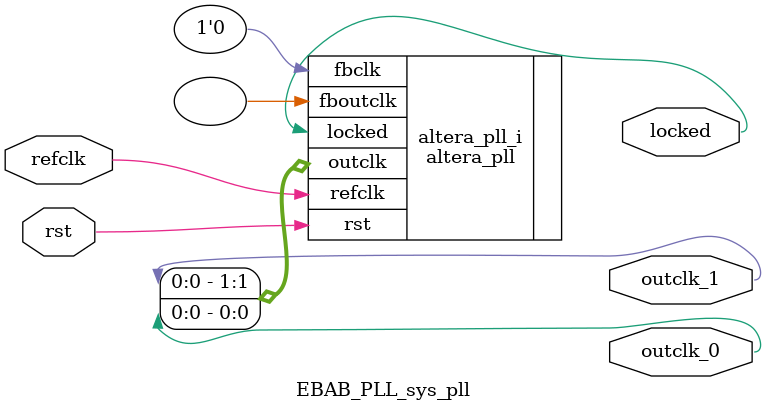
<source format=v>
`timescale 1ns/10ps
module  EBAB_PLL_sys_pll(

	// interface 'refclk'
	input wire refclk,

	// interface 'reset'
	input wire rst,

	// interface 'outclk0'
	output wire outclk_0,

	// interface 'outclk1'
	output wire outclk_1,

	// interface 'locked'
	output wire locked
);

	altera_pll #(
		.fractional_vco_multiplier("false"),
		.reference_clock_frequency("50.0 MHz"),
		.operation_mode("direct"),
		.number_of_clocks(2),
		.output_clock_frequency0("100.000000 MHz"),
		.phase_shift0("0 ps"),
		.duty_cycle0(50),
		.output_clock_frequency1("100.000000 MHz"),
		.phase_shift1("-3000 ps"),
		.duty_cycle1(50),
		.output_clock_frequency2("0 MHz"),
		.phase_shift2("0 ps"),
		.duty_cycle2(50),
		.output_clock_frequency3("0 MHz"),
		.phase_shift3("0 ps"),
		.duty_cycle3(50),
		.output_clock_frequency4("0 MHz"),
		.phase_shift4("0 ps"),
		.duty_cycle4(50),
		.output_clock_frequency5("0 MHz"),
		.phase_shift5("0 ps"),
		.duty_cycle5(50),
		.output_clock_frequency6("0 MHz"),
		.phase_shift6("0 ps"),
		.duty_cycle6(50),
		.output_clock_frequency7("0 MHz"),
		.phase_shift7("0 ps"),
		.duty_cycle7(50),
		.output_clock_frequency8("0 MHz"),
		.phase_shift8("0 ps"),
		.duty_cycle8(50),
		.output_clock_frequency9("0 MHz"),
		.phase_shift9("0 ps"),
		.duty_cycle9(50),
		.output_clock_frequency10("0 MHz"),
		.phase_shift10("0 ps"),
		.duty_cycle10(50),
		.output_clock_frequency11("0 MHz"),
		.phase_shift11("0 ps"),
		.duty_cycle11(50),
		.output_clock_frequency12("0 MHz"),
		.phase_shift12("0 ps"),
		.duty_cycle12(50),
		.output_clock_frequency13("0 MHz"),
		.phase_shift13("0 ps"),
		.duty_cycle13(50),
		.output_clock_frequency14("0 MHz"),
		.phase_shift14("0 ps"),
		.duty_cycle14(50),
		.output_clock_frequency15("0 MHz"),
		.phase_shift15("0 ps"),
		.duty_cycle15(50),
		.output_clock_frequency16("0 MHz"),
		.phase_shift16("0 ps"),
		.duty_cycle16(50),
		.output_clock_frequency17("0 MHz"),
		.phase_shift17("0 ps"),
		.duty_cycle17(50),
		.pll_type("General"),
		.pll_subtype("General")
	) altera_pll_i (
		.rst	(rst),
		.outclk	({outclk_1, outclk_0}),
		.locked	(locked),
		.fboutclk	( ),
		.fbclk	(1'b0),
		.refclk	(refclk)
	);
endmodule


</source>
